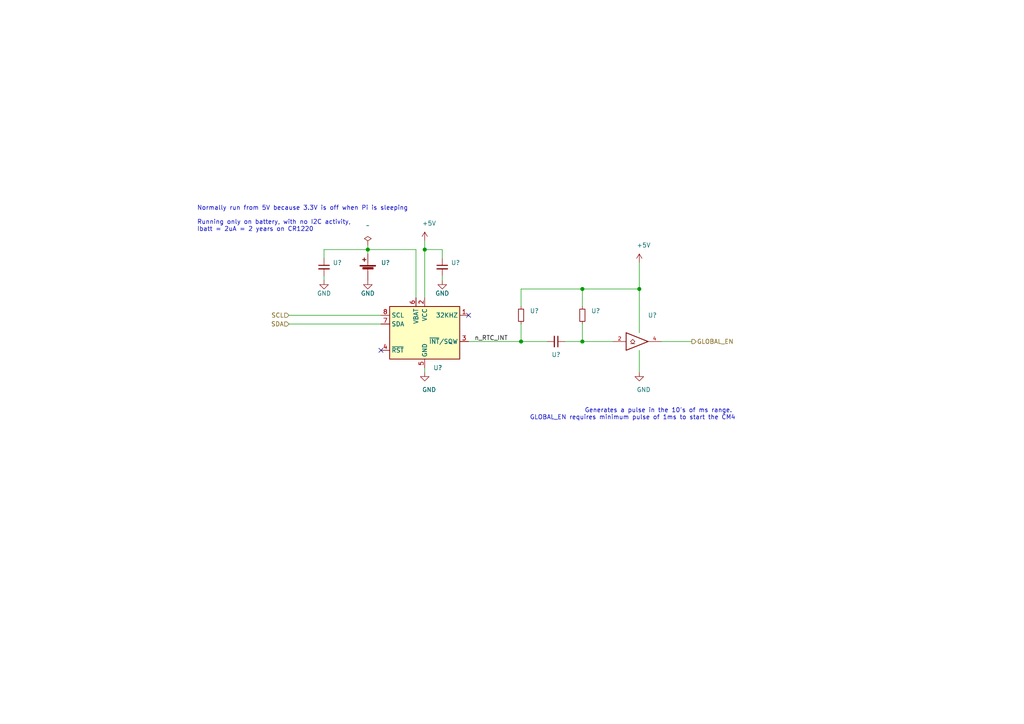
<source format=kicad_sch>
(kicad_sch (version 20220929) (generator eeschema)
  (paper "A4")
  (lib_symbols
    (symbol "74xGxx:74LVC1G07" (pin_names (offset 1.016))
      (property "Reference" "U" (at -2.54 3.81 0))
      (property "Value" "74LVC1G07" (at 0 -3.81 0))
      (symbol "74LVC1G07_0_1"
        (polyline (pts (xy -2.54 -0.635) (xy -1.27 -0.635)))
        (polyline (pts (xy -3.81 2.54) (xy -3.81 -2.54) (xy 2.54 0) (xy -3.81 2.54)) (stroke (width 0.254)))
        (polyline (pts (xy -1.905 0.635) (xy -2.54 0) (xy -1.905 -0.635) (xy -1.27 0) (xy -1.905 0.635)))
      )
      (symbol "74LVC1G07_1_1"
        (pin input line (at -7.62 0 0) (length 3.81) (name "~") (number "2"))
        (pin power_in line (at 0 -2.54 270) (length 0) hide (name "GND") (number "3"))
        (pin open_collector line (at 6.35 0 180) (length 3.81) (name "~") (number "4"))
        (pin power_in line (at 0 2.54 90) (length 0) hide (name "VCC") (number "5"))
      )
    )
    (symbol "Device:Battery_Cell" (pin_numbers hide) (pin_names (offset 0) hide)
      (property "Reference" "BT" (at 2.54 2.54 0))
      (property "Value" "Battery_Cell" (at 2.54 0 0))
      (symbol "Battery_Cell_0_1"
        (rectangle (start -2.286 1.778) (end 2.286 1.524) (fill (type outline)))
        (rectangle (start -1.5748 1.1938) (end 1.4732 0.6858) (fill (type outline)))
        (polyline (pts (xy 0 0.762) (xy 0 0)))
        (polyline (pts (xy 0 1.778) (xy 0 2.54)))
        (polyline (pts (xy 0.508 3.429) (xy 1.524 3.429)) (stroke (width 0.254)))
        (polyline (pts (xy 1.016 3.937) (xy 1.016 2.921)) (stroke (width 0.254)))
      )
      (symbol "Battery_Cell_1_1"
        (pin passive line (at 0 5.08 270) (length 2.54) (name "+") (number "1"))
        (pin passive line (at 0 -2.54 90) (length 2.54) (name "-") (number "2"))
      )
    )
    (symbol "Device:C_Small" (pin_numbers hide) (pin_names (offset 0.254) hide)
      (property "Reference" "C" (at 0.254 1.778 0))
      (property "Value" "C_Small" (at 0.254 -2.032 0))
      (symbol "C_Small_0_1"
        (polyline (pts (xy -1.524 -0.508) (xy 1.524 -0.508)) (stroke (width 0.3302)))
        (polyline (pts (xy -1.524 0.508) (xy 1.524 0.508)) (stroke (width 0.3048)))
      )
      (symbol "C_Small_1_1"
        (pin passive line (at 0 2.54 270) (length 2.032) (name "~") (number "1"))
        (pin passive line (at 0 -2.54 90) (length 2.032) (name "~") (number "2"))
      )
    )
    (symbol "Device:R_Small" (pin_numbers hide) (pin_names (offset 0.254) hide)
      (property "Reference" "R" (at 0.762 0.508 0))
      (property "Value" "R_Small" (at 0.762 -1.016 0))
      (symbol "R_Small_0_1"
        (rectangle (start -0.762 1.778) (end 0.762 -1.778) (stroke (width 0.2032)))
      )
      (symbol "R_Small_1_1"
        (pin passive line (at 0 2.54 270) (length 0.762) (name "~") (number "1"))
        (pin passive line (at 0 -2.54 90) (length 0.762) (name "~") (number "2"))
      )
    )
    (symbol "Timer_RTC:DS3231MZ"
      (property "Reference" "U" (at -7.62 8.89 0))
      (property "Value" "DS3231MZ" (at 11.43 8.89 0))
      (symbol "DS3231MZ_0_1"
        (rectangle (start -10.16 7.62) (end 10.16 -7.62) (stroke (width 0.254)) (fill (type background)))
      )
      (symbol "DS3231MZ_1_1"
        (pin open_collector line (at 12.7 5.08 180) (length 2.54) (name "32KHZ") (number "1"))
        (pin power_in line (at 0 10.16 270) (length 2.54) (name "VCC") (number "2"))
        (pin open_collector line (at 12.7 -2.54 180) (length 2.54) (name "~{INT}/SQW") (number "3"))
        (pin bidirectional line (at -12.7 -5.08 0) (length 2.54) (name "~{RST}") (number "4"))
        (pin power_in line (at 0 -10.16 90) (length 2.54) (name "GND") (number "5"))
        (pin power_in line (at -2.54 10.16 270) (length 2.54) (name "VBAT") (number "6"))
        (pin bidirectional line (at -12.7 2.54 0) (length 2.54) (name "SDA") (number "7"))
        (pin input line (at -12.7 5.08 0) (length 2.54) (name "SCL") (number "8"))
      )
    )
    (symbol "power:+5V" (power) (pin_names (offset 0))
      (property "Value" "+5V" (at 0 3.556 0))
      (symbol "+5V_0_1"
        (polyline (pts (xy -0.762 1.27) (xy 0 2.54)))
        (polyline (pts (xy 0 0) (xy 0 2.54)))
        (polyline (pts (xy 0 2.54) (xy 0.762 1.27)))
      )
      (symbol "+5V_1_1"
        (pin power_in line (at 0 0 90) (length 0) hide (name "+5V") (number "1"))
      )
    )
    (symbol "power:GND" (power) (pin_names (offset 0))
      (property "Value" "GND" (at 0 -3.81 0))
      (symbol "GND_0_1"
        (polyline (pts (xy 0 0) (xy 0 -1.27) (xy 1.27 -1.27) (xy 0 -2.54) (xy -1.27 -1.27) (xy 0 -1.27)))
      )
      (symbol "GND_1_1"
        (pin power_in line (at 0 0 270) (length 0) hide (name "GND") (number "1"))
      )
    )
    (symbol "power:PWR_FLAG" (power) (pin_numbers hide) (pin_names (offset 0) hide)
      (property "Value" "PWR_FLAG" (at 0 3.81 0))
      (symbol "PWR_FLAG_0_0"
        (pin power_out line (at 0 0 90) (length 0) (name "pwr") (number "1"))
      )
      (symbol "PWR_FLAG_0_1"
        (polyline (pts (xy 0 0) (xy 0 1.27) (xy -1.016 1.905) (xy 0 2.54) (xy 1.016 1.905) (xy 0 1.27)))
      )
    )
  )
  (junction (at 123.19 72.39) (diameter 1.016))
  (junction (at 151.13 99.06) (diameter 1.016))
  (junction (at 168.91 99.06) (diameter 1.016))
  (junction (at 185.42 83.82) (diameter 1.016))
  (junction (at 106.68 72.39) (diameter 1.016))
  (junction (at 168.91 83.82) (diameter 1.016))
  (no_connect (at 135.89 91.44))
  (no_connect (at 110.49 101.6))
  (wire (pts (xy 168.91 83.82) (xy 168.91 88.9)))
  (wire (pts (xy 185.42 76.2) (xy 185.42 83.82)))
  (wire (pts (xy 93.98 72.39) (xy 93.98 74.93)))
  (wire (pts (xy 106.68 72.39) (xy 93.98 72.39)))
  (wire (pts (xy 123.19 69.85) (xy 123.19 72.39)))
  (wire (pts (xy 163.83 99.06) (xy 168.91 99.06)))
  (wire (pts (xy 168.91 99.06) (xy 177.8 99.06)))
  (wire (pts (xy 120.65 72.39) (xy 120.65 86.36)))
  (wire (pts (xy 151.13 83.82) (xy 168.91 83.82)))
  (wire (pts (xy 151.13 88.9) (xy 151.13 83.82)))
  (wire (pts (xy 168.91 83.82) (xy 185.42 83.82)))
  (wire (pts (xy 185.42 83.82) (xy 185.42 96.52)))
  (wire (pts (xy 185.42 101.6) (xy 185.42 107.95)))
  (wire (pts (xy 123.19 72.39) (xy 128.27 72.39)))
  (wire (pts (xy 168.91 93.98) (xy 168.91 99.06)))
  (wire (pts (xy 123.19 106.68) (xy 123.19 107.95)))
  (wire (pts (xy 135.89 99.06) (xy 151.13 99.06)))
  (wire (pts (xy 151.13 99.06) (xy 158.75 99.06)))
  (wire (pts (xy 106.68 71.12) (xy 106.68 72.39)))
  (wire (pts (xy 151.13 93.98) (xy 151.13 99.06)))
  (wire (pts (xy 83.82 93.98) (xy 110.49 93.98)))
  (wire (pts (xy 83.82 91.44) (xy 110.49 91.44)))
  (wire (pts (xy 128.27 81.28) (xy 128.27 80.01)))
  (wire (pts (xy 191.77 99.06) (xy 200.66 99.06)))
  (wire (pts (xy 128.27 72.39) (xy 128.27 74.93)))
  (wire (pts (xy 123.19 72.39) (xy 123.19 86.36)))
  (wire (pts (xy 93.98 80.01) (xy 93.98 81.28)))
  (wire (pts (xy 106.68 72.39) (xy 120.65 72.39)))
  (wire (pts (xy 106.68 73.66) (xy 106.68 72.39)))
  (text "Generates a pulse in the 10's of ms range. \nGLOBAL_EN requires minimum pulse of 1ms to start the CM4" (at 213.36 121.92 0) (effects (font (size 1.27 1.27)) (justify right bottom)))
  (text "Normally run from 5V because 3.3V is off when Pi is sleeping\n\nRunning only on battery, with no I2C activity, \nIbatt = 2uA = 2 years on CR1220" (at 57.15 67.31 0) (effects (font (size 1.27 1.27)) (justify left bottom)))
  (label "n_RTC_INT" (at 147.32 99.06 180))
  (hierarchical_label "SCL" (shape input) (at 83.82 91.44 180))
  (hierarchical_label "SDA" (shape input) (at 83.82 93.98 180))
  (hierarchical_label "GLOBAL_EN" (shape output) (at 200.66 99.06 0))
  (symbol (lib_id "power:GND") (at 123.19 107.95 0) (unit 1)
    (default_instance (reference "") (unit 1) (value "") (footprint ""))
  )
  (symbol (lib_id "power:+5V") (at 185.42 76.2 0) (unit 1)
    (default_instance (reference "") (unit 1) (value "") (footprint ""))
  )
  (symbol (lib_id "power:GND") (at 93.98 81.28 0) (unit 1)
    (default_instance (reference "") (unit 1) (value "") (footprint ""))
  )
  (symbol (lib_id "power:GND") (at 185.42 107.95 0) (unit 1)
    (default_instance (reference "") (unit 1) (value "") (footprint ""))
  )
  (symbol (lib_id "Device:C_Small") (at 128.27 77.47 0) (unit 1)
    (default_instance (reference "") (unit 1) (value "") (footprint ""))
  )
  (symbol (lib_id "74xGxx:74LVC1G07") (at 185.42 99.06 0) (unit 1)
    (default_instance (reference "") (unit 1) (value "") (footprint ""))
    (property "Datasheet" "http://www.ti.com/lit/sg/scyt129e/scyt129e.pdf" (effects hide))
  )
  (symbol (lib_id "Device:Battery_Cell") (at 106.68 78.74 0) (mirror y) (unit 1)
    (default_instance (reference "") (unit 1) (value "") (footprint ""))
  )
  (symbol (lib_id "power:+5V") (at 123.19 69.85 0) (unit 1)
    (default_instance (reference "") (unit 1) (value "") (footprint ""))
  )
  (symbol (lib_id "Device:C_Small") (at 161.29 99.06 270) (unit 1)
    (default_instance (reference "") (unit 1) (value "") (footprint ""))
  )
  (symbol (lib_id "power:GND") (at 106.68 81.28 0) (unit 1)
    (default_instance (reference "") (unit 1) (value "") (footprint ""))
  )
  (symbol (lib_id "Device:R_Small") (at 168.91 91.44 0) (mirror y) (unit 1)
    (default_instance (reference "") (unit 1) (value "") (footprint ""))
  )
  (symbol (lib_id "Device:R_Small") (at 151.13 91.44 0) (mirror y) (unit 1)
    (default_instance (reference "") (unit 1) (value "") (footprint ""))
  )
  (symbol (lib_id "power:PWR_FLAG") (at 106.68 71.12 0) (unit 1)
    (default_instance (reference "") (unit 1) (value "") (footprint ""))
  )
  (symbol (lib_id "Timer_RTC:DS3231MZ") (at 123.19 96.52 0) (unit 1)
    (default_instance (reference "") (unit 1) (value "") (footprint ""))
    (property "Datasheet" "http://datasheets.maximintegrated.com/en/ds/DS3231M.pdf" (effects hide))
  )
  (symbol (lib_id "power:GND") (at 128.27 81.28 0) (unit 1)
    (default_instance (reference "") (unit 1) (value "") (footprint ""))
  )
  (symbol (lib_id "Device:C_Small") (at 93.98 77.47 0) (unit 1)
    (default_instance (reference "") (unit 1) (value "") (footprint ""))
  )
)
</source>
